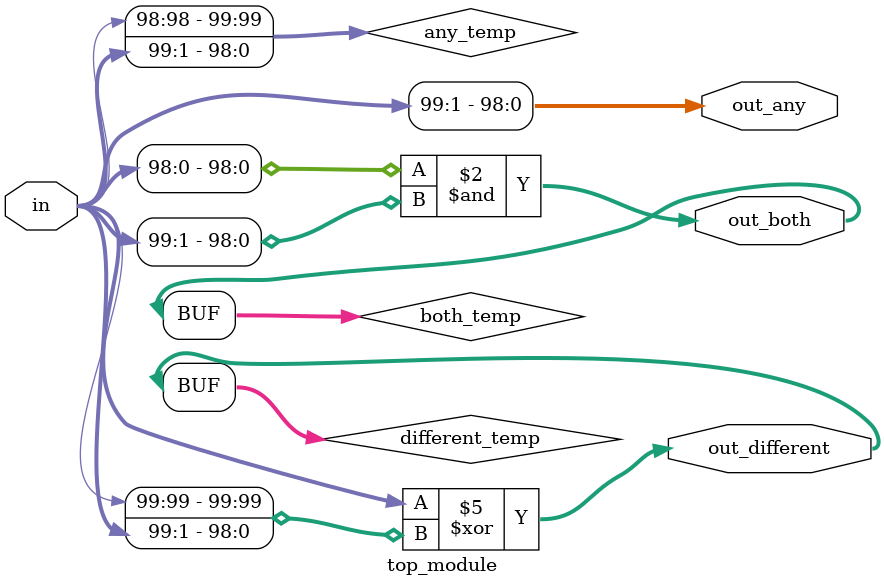
<source format=sv>
module top_module (
	input [99:0] in,
	output [98:0] out_both,
	output [99:1] out_any,
	output [99:0] out_different
);

	// Variable declarations
	reg [98:0] both_temp;
	reg [99:0] any_temp;
	reg [99:0] different_temp;
	
	// Logic for out_both
	always @* begin
		both_temp = in[98:0] & in[99:1];
	end
	
	// Assigning output for out_both
	assign out_both = both_temp;
	
	// Logic for out_any
	always @* begin
		any_temp = {in[98], in[99:1]};
	end
	
	// Assigning output for out_any
	assign out_any = any_temp;
	
	// Logic for out_different
	always @* begin
		different_temp = in ^ {in[99], in[99:1]};
	end
	
	// Assigning output for out_different
	assign out_different = different_temp;

endmodule

</source>
